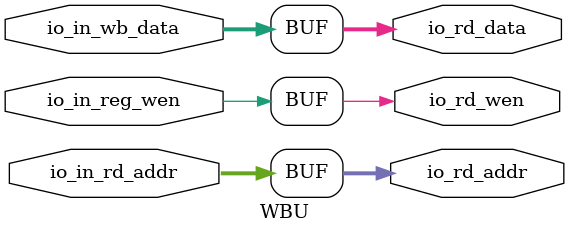
<source format=sv>
module WBU(
  input  [31:0] io_in_wb_data,
  input  [4:0]  io_in_rd_addr,
  input         io_in_reg_wen,
  output [4:0]  io_rd_addr,
  output [31:0] io_rd_data,
  output        io_rd_wen
);

  assign io_rd_addr = io_in_rd_addr;
  assign io_rd_data = io_in_wb_data;
  assign io_rd_wen = io_in_reg_wen;
endmodule


</source>
